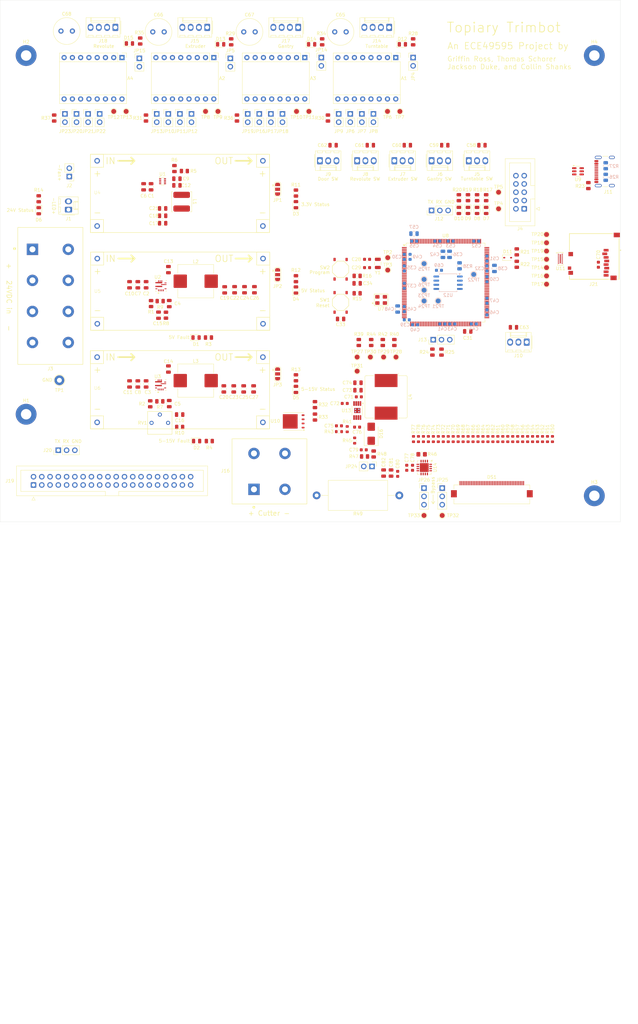
<source format=kicad_pcb>
(kicad_pcb (version 20241229) (generator "pcbnew") (generator_version "9.0")
  (layers (0 "F.Cu" signal) (4 "In1.Cu" signal) (6 "In2.Cu" signal) (2 "B.Cu" signal) (13 "F.Paste" user) (15 "B.Paste" user) (5 "F.SilkS" user "F.Silkscreen") (7 "B.SilkS" user "B.Silkscreen") (1 "F.Mask" user) (3 "B.Mask" user) (25 "Edge.Cuts" user))
  (net 0 "")
  (net 1 "+3.3V")
  (net 2 "TURNTABLE_DIR")
  (net 3 "Net-(A1-A1)")
  (net 4 "/Motor Control/TURNTABLE_M1")
  (net 5 "/Motor Control/TURNTABLE_M2")
  (net 6 "GND")
  (net 7 "/Motor Control/TURNTABLE_EN")
  (net 8 "+24V")
  (net 9 "TURNTABLE_FLT")
  (net 10 "Net-(A1-B2)")
  (net 11 "Net-(A1-B1)")
  (net 12 "Net-(A1-A2)")
  (net 13 "/Motor Control/TURNTABLE_M0")
  (net 14 "TURNTABLE_STEP")
  (net 15 "Net-(A2-B1)")
  (net 16 "GANTRY_FLT")
  (net 17 "/Motor Control/GANTRY_M2")
  (net 18 "Net-(A2-B2)")
  (net 19 "/Motor Control/GANTRY_M1")
  (net 20 "Net-(A2-A2)")
  (net 21 "/Motor Control/GANTRY_M0")
  (net 22 "Net-(A2-A1)")
  (net 23 "GANTRY_DIR")
  (net 24 "/Motor Control/GANTRY_EN")
  (net 25 "GANTRY_STEP")
  (net 26 "/Motor Control/EXTRUDER_M0")
  (net 27 "Net-(A3-A1)")
  (net 28 "EXTRUDER_DIR")
  (net 29 "/Motor Control/EXTRUDER_M2")
  (net 30 "Net-(A3-B2)")
  (net 31 "/Motor Control/EXTRUDER_EN")
  (net 32 "EXTRUDER_FLT")
  (net 33 "EXTRUDER_STEP")
  (net 34 "/Motor Control/EXTRUDER_M1")
  (net 35 "Net-(A3-B1)")
  (net 36 "Net-(A3-A2)")
  (net 37 "Net-(A4-B2)")
  (net 38 "REVOLUTE_STEP")
  (net 39 "Net-(A4-A2)")
  (net 40 "REVOLUTE_DIR")
  (net 41 "Net-(A4-A1)")
  (net 42 "/Motor Control/REVOLUTE_M0")
  (net 43 "/Motor Control/REVOLUTE_EN")
  (net 44 "/Motor Control/REVOLUTE_M1")
  (net 45 "/Motor Control/REVOLUTE_M2")
  (net 46 "REVOLUTE_FLT")
  (net 47 "Net-(A4-B1)")
  (net 48 "Net-(U1-BST)")
  (net 49 "Net-(U1-SW)")
  (net 50 "Net-(U1-SS)")
  (net 51 "/MCU/VCAP")
  (net 52 "/MCU/OSC32_IN")
  (net 53 "/MCU/OSC32_OUT")
  (net 54 "/MCU/RESET")
  (net 55 "/MCU/PROG")
  (net 56 "Net-(U13-VCC)")
  (net 57 "Net-(D16-K)")
  (net 58 "Net-(U13-CSN)")
  (net 59 "Net-(D1-A)")
  (net 60 "Net-(D2-A)")
  (net 61 "Net-(D3-A)")
  (net 62 "PG_PI")
  (net 63 "Net-(D5-A)")
  (net 64 "PG_ADJ")
  (net 65 "Net-(D7-K)")
  (net 66 "Net-(D7-A)")
  (net 67 "Net-(D8-K)")
  (net 68 "Net-(D8-A)")
  (net 69 "Net-(D9-K)")
  (net 70 "Net-(D9-A)")
  (net 71 "Net-(D10-A)")
  (net 72 "Net-(D10-K)")
  (net 73 "Net-(D11-A)")
  (net 74 "VBUS")
  (net 75 "Net-(D12-A)")
  (net 76 "Net-(D13-A)")
  (net 77 "Net-(D14-A)")
  (net 78 "Net-(D15-A)")
  (net 79 "Net-(D16-A)")
  (net 80 "Net-(DS1-YU)")
  (net 81 "Net-(DS1-R3)")
  (net 82 "Net-(DS1-YD)")
  (net 83 "Net-(DS1-G4)")
  (net 84 "Net-(DS1-G7)")
  (net 85 "/LCD/BL_HIGH")
  (net 86 "Net-(DS1-R0)")
  (net 87 "Net-(DS1-R7)")
  (net 88 "Net-(DS1-HSYNC)")
  (net 89 "Net-(DS1-R5)")
  (net 90 "Net-(DS1-R1)")
  (net 92 "Net-(DS1-B4)")
  (net 93 "Net-(DS1-VSYNC)")
  (net 94 "Net-(DS1-R4)")
  (net 95 "Net-(DS1-G5)")
  (net 96 "Net-(DS1-B2)")
  (net 97 "Net-(DS1-B0)")
  (net 98 "Net-(DS1-B1)")
  (net 99 "Net-(DS1-B7)")
  (net 100 "Net-(DS1-B5)")
  (net 101 "Net-(DS1-B3)")
  (net 102 "Net-(DS1-PCLK)")
  (net 103 "Net-(DS1-G2)")
  (net 104 "Net-(DS1-DE)")
  (net 105 "Net-(DS1-XR)")
  (net 106 "Net-(DS1-G0)")
  (net 107 "/LCD/BL_LOW")
  (net 108 "Net-(DS1-XL)")
  (net 109 "Net-(DS1-B6)")
  (net 110 "Net-(DS1-DISP)")
  (net 111 "Net-(DS1-G1)")
  (net 112 "Net-(DS1-R6)")
  (net 113 "Net-(DS1-G6)")
  (net 114 "Net-(DS1-G3)")
  (net 115 "Net-(DS1-R2)")
  (net 116 "/MCU/TURNTABLE_SW")
  (net 117 "/MCU/GANTRY_SW")
  (net 118 "/MCU/EXTRUDER_SW")
  (net 119 "/MCU/AUX_SCL")
  (net 120 "/MCU/AUX_SDA")
  (net 121 "/MCU/REVOLUTE_SW")
  (net 122 "/MCU/UART6_RX")
  (net 123 "/MCU/UART6_TX")
  (net 124 "/MCU/DOOR_SW")
  (net 125 "/MCU/AUX_SW")
  (net 126 "/MCU/USB_DM")
  (net 127 "/MCU/USB_DP")
  (net 128 "/MCU/SWDIO")
  (net 129 "/MCU/SWCLK")
  (net 130 "+5-15V")
  (net 131 "/Raspberry Pi/RPI_RX")
  (net 132 "/Raspberry Pi/RPI_TX")
  (net 133 "+5V")
  (net 134 "Net-(J21-DAT0{slash}DO)")
  (net 135 "Net-(J21-CLK)")
  (net 136 "SD_CD")
  (net 137 "Net-(J21-CMD{slash}DI)")
  (net 138 "Net-(J21-DAT1)")
  (net 139 "Net-(J21-CS{slash}DAT3)")
  (net 140 "Net-(J21-DAT2)")
  (net 141 "Net-(JP1-A)")
  (net 142 "Net-(JP2-A)")
  (net 143 "Net-(JP3-A)")
  (net 144 "Net-(JP24-B)")
  (net 145 "Net-(U1-FB)")
  (net 146 "Net-(U10-G)")
  (net 147 "CUTTER_EN")
  (net 148 "NOR_CS")
  (net 149 "LCD_R0")
  (net 150 "LCD_R1")
  (net 151 "LCD_R2")
  (net 152 "LCD_R3")
  (net 153 "LCD_R4")
  (net 154 "LCD_R5")
  (net 155 "LCD_R6")
  (net 156 "Net-(U13-COMP)")
  (net 157 "LCD_R7")
  (net 158 "LCD_G0")
  (net 159 "LCD_G1")
  (net 160 "LCD_G2")
  (net 161 "LCD_G3")
  (net 162 "LCD_G4")
  (net 163 "LCD_G5")
  (net 164 "LCD_G6")
  (net 165 "LCD_G7")
  (net 166 "LCD_B0")
  (net 167 "LCD_B1")
  (net 168 "LCD_B2")
  (net 169 "LCD_B3")
  (net 170 "LCD_B4")
  (net 171 "LCD_B5")
  (net 172 "LCD_B6")
  (net 173 "LCD_B7")
  (net 174 "LCD_PCLK")
  (net 175 "LCD_DISP")
  (net 176 "LCD_HSYNC")
  (net 177 "TS_NRST")
  (net 178 "TS_SDA")
  (net 179 "TS_SCL")
  (net 180 "TS_INT")
  (net 181 "LCD_VSYNC")
  (net 182 "LCD_DE")
  (net 183 "Net-(U14-AUX)")
  (net 185 "SD_CLK")
  (net 186 "SD_CMD")
  (net 187 "SD_D0")
  (net 188 "SD_D1")
  (net 189 "SD_D2")
  (net 190 "SD_D3")
  (net 191 "NOR_CLK")
  (net 192 "NOR_D0")
  (net 193 "NOR_D1")
  (net 194 "NOR_D2")
  (net 195 "NOR_D3")
  (net 196 "BL_DIM")
  (net 199 "/MCU/OSC_IN")
  (net 205 "/MCU/VCAPDSI")
  (net 239 "Net-(JP1-B)")
  (net 240 "Net-(JP2-B)")
  (net 241 "Net-(JP3-B)")
  (net 242 "Net-(U2-SS)")
  (net 243 "Net-(U3-SS)")
  (net 244 "Net-(U2-BOOT)")
  (net 245 "Net-(U2-SW)")
  (net 246 "Net-(U3-BOOT)")
  (net 247 "Net-(U3-SW)")
  (net 248 "Net-(U2-FB)")
  (net 249 "Net-(U3-FB)")
  (net 250 "Net-(D4-A)")
  (net 251 "Net-(D6-K)")
  (net 259 "Net-(J11-CC2)")
  (net 260 "Net-(J11-CC1)")
  (net 261 "Net-(J11-SHIELD)")
  (net 262 "Net-(J16-Pin_2)")
  (net 291 "Net-(JP24-A)")
  (net 292 "Net-(JP25-B)")
  (net 293 "Net-(U2-MODE)")
  (net 294 "Net-(U3-MODE)")
  (net 295 "Net-(R10-Pad2)")
  (net 298 "Net-(C75-Pad1)")
  (net 299 "Net-(D11-K)")
  (footprint "Connector_PinHeader_2.54mm:PinHeader_1x02_P2.54mm_Vertical" (layer "F.Cu") (at 218.764 117.099 180)
    (property "Reference" "J2")
    (property "Value" "24V FAN XYJ24B4010M")
  )
  (footprint "Capacitor_SMD:C_0805_2012Metric" (layer "F.Cu") (at 269.522 151.812 -90)
    (property "Reference" "C22")
    (property "Value" "22u")
  )
  (footprint "Capacitor_SMD:C_0805_2012Metric" (layer "F.Cu") (at 249.456 156.064 -90)
    (property "Reference" "C4")
    (property "Value" "22n")
  )
  (footprint "Connector_PinHeader_2.54mm:PinHeader_1x02_P2.54mm_Vertical" (layer "F.Cu") (at 277.108 97.898)
    (property "Reference" "JP16")
    (property "Value" "Jumper_2_Open")
  )
  (footprint "Module:Pololu_Breakout-16_15.2x20.3mm" (layer "F.Cu") (at 234.944 80.626 -90)
    (property "Reference" "A4")
    (property "Value" "Pololu_Breakout_DRV8825")
  )
  (footprint "Resistor_SMD:R_0603_1608Metric" (layer "F.Cu") (at 341.226 197.601 -90)
    (property "Reference" "R67")
    (property "Value" "30")
  )
  (footprint "Package_DFN_QFN:Texas_RSA_VQFN-16-1EP_4x4mm_P0.65mm_EP2.7x2.7mm" (layer "F.Cu") (at 327.7655 206.341 -90)
    (property "Reference" "U14")
    (property "Value" "TSC2013QRSARQ1")
  )
  (footprint "Capacitor_SMD:C_0603_1608Metric" (layer "F.Cu") (at 307.677 184.658)
    (property "Reference" "C71")
    (property "Value" "100n")
  )
  (footprint "Connector_PinHeader_2.54mm:PinHeader_1x02_P2.54mm_Vertical" (layer "F.Cu") (at 301.492 97.893)
    (property "Reference" "JP9")
    (property "Value" "Jumper_2_Open")
  )
  (footprint "Connector_Molex:Molex_KK-254_AE-6410-03A_1x03_P2.54mm_Vertical" (layer "F.Cu") (at 341.446 112.268)
    (property "Reference" "J5")
    (property "Value" "Conn_01x03")
  )
  (footprint "Capacitor_SMD:C_0805_2012Metric" (layer "F.Cu") (at 249.456 186.732 -90)
    (property "Reference" "C5")
    (property "Value" "22n")
  )
  (footprint "Resistor_SMD:R_0603_1608Metric" (layer "F.Cu") (at 347.322 197.601 -90)
    (property "Reference" "R63")
    (property "Value" "30")
  )
  (footprint "CustomFootprints:6DBL-02-006" (layer "F.Cu") (at 280.232 207.518)
    (property "Reference" "J16")
    (property "Value" "Cutting Tool")
  )
  (footprint "Connector_PinHeader_2.54mm:PinHeader_1x03_P2.54mm_Vertical" (layer "F.Cu") (at 330.524 167.132 90)
    (property "Reference" "J13")
    (property "Value" "Conn_01x03")
  )
  (footprint "Module:Pololu_Breakout-16_15.2x20.3mm" (layer "F.Cu") (at 291.078 80.626 -90)
    (property "Reference" "A3")
    (property "Value" "Pololu_Breakout_DRV8825")
  )
  (footprint "LED_SMD:LED_0805_2012Metric" (layer "F.Cu") (at 341.192 127.508 -90)
    (property "Reference" "D9")
    (property "Value" "GRN")
  )
  (footprint "Capacitor_SMD:C_0805_2012Metric" (layer "F.Cu") (at 237.264 180.702 90)
    (property "Reference" "C11")
    (property "Value" "10u")
  )
  (footprint "CustomFootprints:XL4015_Regulator_Module" (layer "F.Cu") (at 252.758 122.282)
    (property "Reference" "U4")
    (property "Value" "XL4015 Regulator Module")
  )
  (footprint "Resistor_SMD:R_0603_1608Metric" (layer "F.Cu") (at 364.086 197.601 -90)
    (property "Reference" "R52")
    (property "Value" "30")
  )
  (footprint "CustomFootprints:pts526_1.5mm_gullwing" (layer "F.Cu") (at 302.076 155.702 -90)
    (property "Reference" "SW1")
    (property "Value" "RESET")
  )
  (footprint "Connector_PinHeader_2.54mm:PinHeader_1x02_P2.54mm_Vertical" (layer "F.Cu") (at 228.086 97.898)
    (property "Reference" "JP22")
    (property "Value" "Jumper_2_Open")
  )
  (footprint "Capacitor_SMD:C_0805_2012Metric" (layer "F.Cu") (at 241.582 120.25 90)
    (property "Reference" "C6")
    (property "Value" "10u")
  )
  (footprint "Connector_PinHeader_2.54mm:PinHeader_1x02_P2.54mm_Vertical" (layer "F.Cu") (at 296.158 80.626)
    (property "Reference" "JP14")
    (property "Value" "Jumper_2_Open")
  )
  (footprint "Resistor_SMD:R_0805_2012Metric" (layer "F.Cu") (at 261.4975 166.478 180)
    (property "Reference" "R3")
    (property "Value" "130")
  )
  (footprint "Connector_PinHeader_2.54mm:PinHeader_1x03_P2.54mm_Vertical" (layer "F.Cu") (at 215.383696 201.038442 90)
    (property "Reference" "J20")
    (property "Value" "Conn_01x03")
  )
  (footprint "Capacitor_THT:C_Radial_D8.0mm_H11.5mm_P3.50mm" (layer "F.Cu") (at 244.398 72.752)
    (property "Reference" "C66")
    (property "Value" "100u")
  )
  (footprint "Connector_Molex:Molex_KK-254_AE-6410-04A_1x04_P2.54mm_Vertical" (layer "F.Cu") (at 289.052 71.374 180)
    (property "Reference" "J17")
    (property "Value" "Gantry Stepper")
  )
  (footprint "Capacitor_SMD:C_0805_2012Metric" (layer "F.Cu") (at 266.474 151.85 -90)
    (property "Reference" "C19")
    (property "Value" "22u")
  )
  (footprint "Resistor_SMD:R_0805_2012Metric" (layer "F.Cu") (at 346.78 123.5945 -90)
    (property "Reference" "R17")
    (property "Value" "100")
  )
  (footprint "TestPoint:TestPoint_Pad_D1.5mm" (layer "F.Cu") (at 365.322 142.494)
    (property "Reference" "TP15")
    (property "Value" "TestPoint")
  )
  (footprint "Capacitor_SMD:C_0603_1608Metric" (layer "F.Cu") (at 324.1685 206.4105 90)
    (property "Reference" "C78")
    (property "Value" "100n")
  )
  (footprint "Capacitor_SMD:C_0603_1608Metric" (layer "F.Cu") (at 381.245 144.145 -90)
    (property "Reference" "C70")
    (property "Value" "100n")
  )
  (footprint "Capacitor_SMD:C_0805_2012Metric" (layer "F.Cu") (at 266.22 182.226 -90)
    (property "Reference" "C20")
    (property "Value" "22u")
  )
  (footprint "Resistor_SMD:R_0805_2012Metric" (layer "F.Cu") (at 251.046 114.662 90)
    (property "Reference" "R6")
    (property "Value" "18k")
  )
  (footprint "Connector_Molex:Molex_KK-254_AE-6410-03A_1x03_P2.54mm_Vertical" (layer "F.Cu") (at 318.586 112.268)
    (property "Reference" "J7")
    (property "Value" "Conn_01x03")
  )
  (footprint "Resistor_SMD:R_0805_2012Metric" (layer "F.Cu") (at 311.474 167.9975 -90)
    (property "Reference" "R44")
    (property "Value" "10k")
  )
  (footprint "CustomFootprints:RPA0010A-MFG" (layer "F.Cu") (at 246.904001 150.6 90)
    (property "Reference" "U2")
    (property "Value" "TPS56837Hx")
  )
  (footprint "Capacitor_SMD:C_0805_2012Metric" (layer "F.Cu") (at 317.57 208.026 -90)
    (property "Reference" "C81")
    (property "Value" "10u")
  )
  (footprint "CustomFootprints:XL4015_Regulator_Module" (layer "F.Cu") (at 252.808 152.254)
    (property "Reference" "U5")
    (property "Value" "XL4015 Regulator Module")
  )
  (footprint "Resistor_SMD:R_0603_1608Metric" (layer "F.Cu") (at 359.514 197.601 -90)
    (property "Reference" "R55")
    (property "Value" "30")
  )
  (footprint "Resistor_SMD:R_0805_2012Metric" (layer "F.Cu") (at 243.614 186.798 -90)
    (property "Reference" "R2")
    (property "Value" "10k")
  )
  (footprint "CustomFootprints:SolderJumper-3_P1.5mm_Open_RoundedPad1.0x1.5mm" (layer "F.Cu") (at 282.48 121.212 -90)
    (property "Reference" "JP1")
    (property "Value" "SolderJumper_3_Open")
  )
  (footprint "CustomFootprints:pts526_1.5mm_gullwing" (layer "F.Cu") (at 302.076 145.542 -90)
    (property "Reference" "SW2")
    (property "Value" "PROG")
  )
  (footprint "Connector_PinHeader_2.54mm:PinHeader_1x02_P2.54mm_Vertical" (layer "F.Cu") (at 252.724 97.898)
    (property "Reference" "JP11")
    (property "Value" "Jumper_2_Open")
  )
  (footprint "Connector_PinHeader_2.54mm:PinHeader_1x02_P2.54mm_Vertical" (layer "F.Cu") (at 245.612 97.898)
    (property "Reference" "JP13")
    (property "Value" "Jumper_2_Open")
  )
  (footprint "CustomFootprints:ECS-3225" (layer "F.Cu") (at 314.522 154.94)
    (property "Reference" "U7")
    (property "Value" "32 MHz")
  )
  (footprint "Resistor_SMD:R_0603_1608Metric" (layer "F.Cu") (at 335.13 197.601 -90)
    (property "Reference" "R71")
    (property "Value" "30")
  )
  (footprint "CustomFootprints:RPA0010A-MFG" (layer "F.Cu") (at 246.804001 181 90)
    (property "Reference" "U3")
    (property "Value" "TPS56837Hx")
  )
  (footprint "Package_TO_SOT_SMD:TDSON-8-1" (layer "F.Cu") (at 287.652 192.19 180)
    (property "Reference" "U10")
    (property "Value" "BSC050N04LSG")
  )
  (footprint "TestPoint:TestPoint_Pad_D1.5mm" (layer "F.Cu") (at 365.322 134.874)
    (property "Reference" "TP20")
    (property "Value" "TestPoint")
  )
  (footprint "Capacitor_SMD:C_0805_2012Metric" (layer "F.Cu") (at 302.076 160.782 180)
    (property "Reference" "C33")
    (property "Value" "1u")
  )
  (footprint "Resistor_SMD:R_0603_1608Metric" (layer "F.Cu") (at 367.134 197.601 -90)
    (property "Reference" "R50")
    (property "Value" "30")
  )
  (footprint "Resistor_SMD:R_0603_1608Metric" (layer "F.Cu") (at 329.034 197.601 -90)
    (property "Reference" "R75")
    (property "Value" "30")
  )
  (footprint "Connector_PinHeader_2.54mm:PinHeader_1x02_P2.54mm_Vertical" (layer "F.Cu") (at 268.218 80.875)
    (property "Reference" "JP5")
    (property "Value" "Jumper_2_Open")
  )
  (footprint "Connector_PinHeader_2.54mm:PinHeader_1x02_P2.54mm_Vertical" (layer "F.Cu") (at 217.418 97.898)
    (property "Reference" "JP23")
    (property "Value" "Jumper_2_Open")
  )
  (footprint "Connector_USB:USB_C_Receptacle_GCT_USB4105-xx-A_16P_TopMnt_Horizontal" (layer "F.Cu") (at 384.313 115.568 90)
    (property "Reference" "J11")
    (property "Value" "USB_C_Receptacle_USB2.0_16P")
  )
  (footprint "Capacitor_SMD:C_0805_2012Metric" (layer "F.Cu") (at 315.284 208.026 -90)
    (property "Reference" "C82")
    (property "Value" "10u")
  )
  (footprint "Capacitor_SMD:C_0805_2012Metric" (layer "F.Cu") (at 275.364 182.226 -90)
    (property "Reference" "C27")
    (property "Value" "22u")
  )
  (footprint "TestPoint:TestPoint_Pad_D1.5mm" (layer "F.Cu") (at 316.554 145.796)
    (property "Reference" "TP3")
    (property "Value" "TestPoint")
  )
  (footprint "Connector_PinHeader_2.54mm:PinHeader_1x03_P2.54mm_Vertical" (layer "F.Cu") (at 327.696 212.65)
    (property "Reference" "JP26")
    (property "Value" "BL_BYPASS")
  )
  (footprint "TestPoint:TestPoint_Pad_D1.5mm" (layer "F.Cu") (at 264.408 97.136 180)
    (property "Reference" "TP9")
    (property "Value" "TestPoint")
  )
  (footprint "Capacitor_SMD:C_0805_2012Metric" (layer "F.Cu") (at 275.618 151.812 -90)
    (property "Reference" "C26")
    (property "Value" "22u")
  )
  (footprint "Capacitor_SMD:C_0805_2012Metric" (layer "F.Cu") (at 242.344 180.702 90)
    (property "Reference" "C3")
    (property "Value" "0.1u")
  )
  (footprint "Resistor_SMD:R_0603_1608Metric" (layer "F.Cu") (at 327.51 197.601 -90)
    (property "Reference" "R76")
    (property "Value" "30")
  )
  (footprint "Resistor_SMD:R_0603_1608Metric" (layer "F.Cu") (at 301.568 195.326)
    (property "Reference" "R43")
    (property "Value" "20M")
  )
  (footprint "Connector_PinHeader_2.54mm:PinHeader_1x02_P2.54mm_Vertical" (layer "F.Cu") (at 240.278 80.875)
    (property "Reference" "JP15")
    (property "Value" "Jumper_2_Open")
  )
  (footprint "Capacitor_SMD:C_0805_2012Metric" (layer "F.Cu") (at 251.808 119.81)
    (property "Reference" "C12")
    (property "Value" "100n")
  )
  (footprint "Resistor_SMD:R_0805_2012Metric" (layer "F.Cu") (at 209.366 123.927 90)
    (property "Reference" "R14")
    (property "Value" "2.2k")
  )
  (footprint "LED_SMD:LED_0805_2012Metric" (layer "F.Cu") (at 288.36 125.73 90)
    (property "Reference" "D3")
    (property "Value" "GREEN")
  )
  (footprint "Resistor_SMD:R_0603_1608Metric" (layer "F.Cu") (at 345.798 197.601 -90)
    (property "Reference" "R64")
    (property "Value" "30")
  )
  (footprint "Resistor_SMD:R_0805_2012Metric" (layer "F.Cu") (at 288.36 122.174 90)
    (property "Reference" "R11")
    (property "Value" "130")
  )
  (footprint "Connector_IDC:IDC-Header_2x05_P2.54mm_Vertical" (layer "F.Cu") (at 358.464 127 180)
    (property "Reference" "J4")
    (property "Value" "Conn_02x05_Odd_Even")
  )
  (footprint "LED_SMD:LED_0805_2012Metric" (layer "F.Cu") (at 209.366 127.5865 -90)
    (property "Reference" "D6")
    (property "Value" "GREEN")
  )
  (footprint "Capacitor_SMD:C_0805_2012Metric" (layer "F.Cu") (at 239.804 150.288 90)
    (property "Reference" "C7")
    (property "Value" "10u")
  )
  (footprint "Capacitor_SMD:C_0805_2012Metric" (layer "F.Cu") (at 355.162 163.342)
    (property "Reference" "C63")
    (property "Value" "1u")
  )
  (footprint "Resistor_SMD:R_0805_2012Metric" (layer "F.Cu") (at 318.586 167.9975 -90)
    (property "Reference" "R40")
    (property "Value" "10k")
  )
  (footprint "Resistor_SMD:R_0805_2012Metric_Pad1.20x1.40mm_HandSolder" (layer "F.Cu") (at 326.9625 202.277)
    (property "Reference" "R46")
    (property "Value" "47")
  )
  (footprint "Connector_PinHeader_2.54mm:PinHeader_1x02_P2.54mm_Vertical" (layer "F.Cu") (at 280.664 97.898)
    (property "Reference" "JP17")
    (property "Value" "Jumper_2_Open")
  )
  (footprint "Connector_PinHeader_2.54mm:PinHeader_1x02_P2.54mm_Vertical" (layer "F.Cu") (at 249.168 97.898)
    (property "Reference" "JP10")
    (property "Value" "Jumper_2_Open")
  )
  (footprint "CustomFootprints:Hirose_FH12A-40S-0.5SH_1x40-1MP_P0.50mm_Horizontal" (layer "F.Cu") (at 348.524 212.976)
    (property "Reference" "DS1")
    (property "Value" "40pin Adafruit LCD")
  )
  (footprint "Resistor_SMD:R_0805_2012Metric" (layer "F.Cu") (at 288.36 178.816 90)
    (property "Reference" "R13")
    (property "Value" "1k")
  )
  (footprint "Resistor_SMD:R_0805_2012Metric" (layer "F.Cu") (at 288.36 148.4395 90)
    (property "Reference" "R12")
    (property "Value" "300")
  )
  (footprint "TestPoint:TestPoint_Pad_D1.5mm" (layer "F.Cu") (at 260.598 97.136 180)
    (property "Reference" "TP8")
    (property "Value" "TestPoint")
  )
  (footprint "Resistor_SMD:R_0805_2012Metric" (layer "F.Cu") (at 356.178 144.018 -90)
    (property "Reference" "R22")
    (property "Value" "10k")
  )
  (footprint "Resistor_SMD:R_0805_2012Metric" (layer "F.Cu") (at 343.986 123.5945 -90)
    (property "Reference" "R18")
    (property "Value" "100")
  )
  (footprint "Resistor_SMD:R_0603_1608Metric" (layer "F.Cu") (at 362.562 197.601 -90)
    (property "Reference" "R53")
    (property "Value" "30")
  )
  (footprint "TestPoint:TestPoint_Pad_D1.5mm" (layer "F.Cu") (at 365.322 139.954)
    (property "Reference" "TP19")
    (property "Value" "TestPoint")
  )
  (footprint "Connector_PinHeader_2.54mm:PinHeader_1x02_P2.54mm_Vertical" (layer "F.Cu") (at 324.352 80.626)
    (property "Reference" "JP4")
    (property "Value" "Jumper_2_Open")
  )
  (footprint "Capacitor_SMD:C_0805_2012Metric" (layer "F.Cu") (at 249.202 145.65 -90)
    (property "Reference" "C13")
    (property "Value" "0.1u")
  )
  (footprint "Resistor_SMD:R_0805_2012Metric" (layer "F.Cu") (at 356.178 140.208 -90)
    (property "Reference" "R21")
    (property "Value" "4.7k")
  )
  (footprint "CustomFootprints:3362P" (layer "F.Cu") (at 246.5585 192.64 -90)
    (property "Reference" "RV1")
    (property "Value" "200k")
  )
  (footprint "Diode_SMD:D_SOD-323" (layer "F.Cu") (at 353.384 141.986)
    (property "Reference" "D11")
    (property "Value" "D")
  )
  (footprint "Resistor_SMD:R_0603_1608Metric" (layer "F.Cu") (at 348.846 197.601 -90)
    (property "Reference" "R62")
    (property "Value" "30")
  )
  (footprint "Capacitor_SMD:C_0805_2012Metric" (layer "F.Cu") (at 243.868 120.25 90)
    (property "Reference" "C1")
    (property "Value" "0.1u")
  )
  (footprint "Resistor_SMD:R_0603_1608Metric" (layer "F.Cu") (at 361.038 197.601 -90)
    (property "Reference" "R54")
    (property "Value" "30")
  )
  (footprint "Resistor_SMD:R_0603_1608Metric" (layer "F.Cu") (at 333.606 197.601 -90)
    (property "Reference" "R72")
    (property "Value" "30")
  )
  (footprint "MountingHole:MountingHole_3.2mm_M3_Pad_TopBottom" (layer "F.Cu") (at 380 80)
    (property "Reference" "H4")
    (property "Value" "MountingHole")
  )
  (footprint "Inductor_SMD:L_APV_APH1050" (layer "F.Cu") (at 257.584 149.206)
    (property "Reference" "L2")
    (property "Value" "4.7u")
  )
  (footprint "TestPoint:TestPoint_Pad_D1.5mm" (layer "F.Cu") (at 365.322 150.114)
    (property "Reference" "TP17")
    (property "Value" "TestPoint")
  )
  (footprint "TestPoint:TestPoint_Pad_D1.5mm" (layer "F.Cu") (at 307.156 176.784)
    (property "Reference" "TP31")
    (property "Value" "TestPoint")
  )
  (footprint "Resistor_SMD:R_0603_1608Metric" (layer "F.Cu") (at 339.702 197.601 -90)
    (property "Reference" "R68")
    (property "Value" "30")
  )
  (footprint "Resistor_SMD:R_0805_2012Metric" (layer "F.Cu") (at 294.202 187.0475 -90)
    (property "Reference" "R32")
    (property "Value" "100")
  )
  (footprint "Package_TO_SOT_SMD:SOT-23-6" (layer "F.Cu") (at 374.9795 115.5)
    (property "Reference" "U9")
    (property "Value" "USBLC6-2")
  )
  (footprint "TestPoint:TestPoint_Pad_D1.5mm" (layer "F.Cu") (at 316.478 97.136 180)
    (property "Reference" "TP6")
    (property "Value" "TestPoint")
  )
  (footprint "Capacitor_SMD:C_0805_2012Metric" (layer "F.Cu") (at 299.774 107.5 180)
    (property "Reference" "C62")
    (property "Value" "1u")
  )
  (footprint "Connector_Molex:Molex_KK-254_AE-6410-02A_1x02_P2.54mm_Vertical" (layer "F.Cu") (at 218.51 127.254 90)
    (property "Reference" "J1")
    (property "Value" "24V LED Strip")
  )
  (footprint "Capacitor_SMD:C_0805_2012Metric" (layer "F.Cu") (at 242.344 150.288 90)
    (property "Reference" "C2")
    (property "Value" "0.1u")
  )
  (footprint "Resistor_SMD:R_0805_2012Metric" (layer "F.Cu") (at 242.31 99.168 -90)
    (property "Reference" "R31")
    (property "Value" "10k")
  )
  (footprint "LED_SMD:LED_0805_2012Metric" (layer "F.Cu") (at 237.23 76.308)
    (property "Reference" "D15")
    (property "Value" "RED")
  )
  (footprint "Resistor_SMD:R_0805_2012Metric" (layer "F.Cu") (at 298.19 99.168 -90)
    (property "Reference" "R30")
    (property "Value" "10k")
  )
  (footprint "Resistor_SMD:R_0805_2012Metric" (layer "F.Cu") (at 270.25 99.168 -90)
    (property "Reference" "R36")
    (property "Value" "10k")
  )
  (footprint "Resistor_SMD:R_0603_1608Metric" (layer "F.Cu") (at 304.108 194.564 90)
    (property "Reference" "R41")
    (property "Value" "100")
  )
  (footprint "LED_SMD:LED_0805_2012Metric" (layer "F.Cu") (at 321.05 76.562)
    (property "Reference" "D12")
    (property "Value" "RED")
  )
  (footprint "Inductor_SMD:L_TDK_VLS6045EX_VLS6045AF" (layer "F.Cu") (at 253.266 124.822 -90)
    (property "Reference" "L1")
    (property "Value" "4.7u")
  )
  (footprint "CustomFootprints:GCT_MEM2052-00-195-00-A" (layer "F.Cu") (at 379.975 141.605 90)
    (property "Reference" "J21")
    (property "Value" "MEM2052-00-195-00-A")
  )
  (footprint "Connector_Molex:Molex_KK-254_AE-6410-04A_1x04_P2.54mm_Vertical" (layer "F.Cu") (at 316.992 71.374 180)
    (property "Reference" "J14")
    (property "Value" "Turntable Stepper")
  )
  (footprint "LED_SMD:LED_0805_2012Metric" (layer "F.Cu") (at 257.6875 166.478)
    (property "Reference" "D1")
    (property "Value" "RED")
  )
  (footprint "TestPoint:TestPoint_Pad_D1.5mm" (layer "F.Cu") (at 288.538 97.136 180)
    (property "Reference" "TP10")
    (property "Value" "TestPoint")
  )
  (footprint "TestPoint:TestPoint_Pad_D1.5mm" (layer "F.Cu") (at 365.322 145.034)
    (property "Reference" "TP14")
    (property "Value" "TestPoint")
  )
  (footprint "Resistor_SMD:R_0805_2012Metric" (layer "F.Cu") (at 261.7515 198.228 180)
    (property "Reference" "R4")
    (property "Value" "130")
  )
  (footprint "Capacitor_THT:C_Radial_D8.0mm_H11.5mm_P3.50mm" (layer "F.Cu") (at 272.338 72.752)
    (property "Reference" "C67")
    (property "Value" "100u")
  )
  (footprint "LED_SMD:LED_0805_2012Metric" (layer "F.Cu") (at 343.986 127.508 -90)
    (property "Reference" "D8")
    (property "Value" "YEL")
  )
  (footprint "Resistor_SMD:R_0603_1608Metric" (layer "F.Cu") (at 353.418 197.601 -90)
    (property "Reference" "R59")
    (property "Value" "30")
  )
  (footprint "TestPoint:TestPoint_Pad_D1.5mm" (layer "F.Cu") (at 236.214 97.136 180)
    (property "Reference" "TP13")
    (property "Value" "TestPoint")
  )
  (footprint "Resistor_SMD:R_0603_1608Metric" (layer "F.Cu") (at 350.37 197.601 -90)
    (property "Reference" "R61")
    (property "Value" "30")
  )
  (footprint "Capacitor_SMD:C_0805_2012Metric" (layer "F.Cu") (at 252.6545 190.1 180)
    (property "Reference" "C16")
    (property "Value" "150p")
  )
  (footprint "Connector_PinHeader_2.54mm:PinHeader_1x02_P2.54mm_Vertical" (layer "F.Cu") (at 305.048 97.893)
    (property "Reference" "JP6")
    (property "Value" "Jumper_2_Open")
  )
  (footprint "Resistor_SMD:R_0805_2012Metric" (layer "F.Cu") (at 307.156 152.908 180)
    (property "Reference" "R15")
    (property "Value" "10k")
  )
  (footprint "Resistor_SMD:R_0805_2012Metric" (layer "F.Cu") (at 240.532 75.546 90)
    (property "Reference" "R35")
    (property "Value" "130")
  )
  (footprint "Resistor_SMD:R_0603_1608Metric" (layer "F.Cu") (at 336.654 197.601 -90)
    (property "Reference" "R70")
    (property "Value" "30")
  )
  (footprint "TestPoint:TestPoint_Pad_D1.5mm" (layer "F.Cu") (at 311.22 172.466)
    (property "Reference" "TP30")
    (property "Value" "TestPoint")
  )
  (footprint "Module:Pololu_Breakout-16_15.2x20.3mm" (layer "F.Cu") (at 263.138 80.626 -90)
    (property "Reference" "A2")
    (property "Value" "Pololu_Breakout_DRV8825")
  )
  (footprint "LED_SMD:LED_0805_2012Metric" (layer "F.Cu") (at 288.36 151.892 90)
    (property "Reference" "D4")
    (property "Value" "GREEN")
  )
  (footprint "MountingHole:MountingHole_3.2mm_M3_Pad_TopBottom" (layer "F.Cu") (at 205.5 190)
    (property "Reference" "H1")
    (property "Value" "MountingHole")
  )
  (footprint "Package_TO_SOT_SMD:SOT-583-8" (layer "F.Cu") (at 247.402 118.544)
    (property "Reference" "U1")
    (property "Value" "TPS62933")
  )
  (footprint "Capacitor_SMD:C_0805_2012Metric" (layer "F.Cu") (at 247.424 126.892 180)
    (property "Reference" "C21")
    (property "Value" "22u")
  )
  (footprint "Resistor_SMD:R_0603_1608Metric" (layer "F.Cu") (at 324.462 197.601 -90)
    (property "Reference" "R77")
    (property "Value" "30")
  )
  (footprint "Capacitor_SMD:C_0805_2012Metric" (layer "F.Cu") (at 341.122 164.592)
    (property "Reference" "C31")
    (property "Value" "2.2u")
  )
  (footprint "Capacitor_SMD:C_0805_2012Metric" (layer "F.Cu") (at 269.268 182.226 -90)
    (property "Reference" "C23")
    (property "Value" "22u")
  )
  (footprint "Resistor_SMD:R_0805_2012Metric" (layer "F.Cu") (at 254.094 115.424 180)
    (property "Reference" "R5")
    (property "Value" "56.2k")
  )
  (footprint "Capacitor_SMD:C_0603_1608Metric" (layer "F.Cu") (at 322.3905 206.4105 90)
    (property "Reference" "C77")
    (property "Value" "1u")
  )
  (footprint "LED_SMD:LED_0805_2012Metric" (layer "F.Cu") (at 338.398 127.508 -90)
    (property "Reference" "D10")
    (property "Value" "BLU")
  )
  (footprint "Resistor_SMD:R_0805_2012Metric" (layer "F.Cu") (at 324.352 75.8 90)
    (property "Reference" "R28")
    (property "Value" "130")
  )
  (footprint "Resistor_SMD:R_0805_2012Metric" (layer "F.Cu") (at 307.664 167.9975 -90)
    (property "Reference" "R39")
    (property "Value" "10k")
  )
  (footprint "TestPoint:TestPoint_Loop_D2.54mm_Drill1.5mm_Beaded" (layer "F.Cu") (at 215.716 179.578)
    (property "Reference" "TP1")
    (property "Value" "TestPoint")
  )
  (footprint "Crystal:Crystal_SMD_EuroQuartz_EQ161-2Pin_3.2x1.5mm" (layer "F.Cu") (at 313.506 143.744 -90)
    (property "Reference" "Y1")
    (property "Value" "Crystal")
  )
  (footprint "TestPoint:TestPoint_Pad_D1.5mm" (layer "F.Cu") (at 327.696 221.032)
    (property "Reference" "TP33")
    (property "Value" "TestPoint")
  )
  (footprint "Connector_Molex:Molex_KK-254_AE-6410-04A_1x04_P2.54mm_Vertical" (layer "F.Cu") (at 261.106 71.374 180)
    (property "Reference" "J15")
    (property "Value" "Extruder Stepper")
  )
  (footprint "Resistor_SMD:R_0603_1608Metric" (layer "F.Cu") (at 344.274 197.601 -90)
    (property "Reference" "R65")
    (property "Value" "30")
  )
  (footprint "Resistor_SMD:R_0805_2012Metric" (layer "F.Cu") (at 296.412 75.8 90)
    (property "Reference" "R34")
    (property "Value" "130")
  )
  (footprint "Capacitor_SMD:C_0805_2012Metric" (layer "F.Cu") (at 247.424 131.426 180)
    (property "Reference" "C17")
    (property "Value" "22u")
  )
  (footprint "TestPoint:TestPoint_Pad_D1.5mm" (layer "F.Cu") (at 350.59 121.92)
    (property "Reference" "TP5")
    (property "Value" "TestPoint")
  )
  (footprint "Package_SO:HVSSOP-8-1EP_3x3mm_P0.65mm_EP1.57x1.89mm" (layer "F.Cu") (at 307.194 188.858 -90)
    (property "Reference" "U13")
    (property "Value" "TPS923650")
  )
  (footprint "CustomFootprints:SolderJumper-3_P1.5mm_Open_RoundedPad1.0x1.5mm" (layer "F.Cu") (at 282.48 177.83 -90)
    (property "Reference" "JP3")
    (property "Value" "SolderJumper_3_Open")
  )
  (footprint "Resistor_SMD:R_0805_2012Metric" (layer "F.Cu") (at 268.472 75.8 90)
    (property "Reference" "R29")
    (property "Value" "130")
  )
  (footprint "LED_SMD:LED_0805_2012Metric" (layer "F.Cu") (at 265.2485 76.562)
    (property "Reference" "D13")
    (property "Value" "RED")
  )
  (footprint "TestPoint:TestPoint_Pad_D1.5mm" (layer "F.Cu") (at 350.59 127)
    (property "Reference" "TP4")
    (property "Value" "TestPoint")
  )
  (footprint "Connector_PinHeader_2.54mm:PinHeader_1x02_P2.54mm_Vertical" (layer "F.Cu") (at 256.28 97.898)
    (property "Reference" "JP12")
    (property "Value" "Jumper_2_Open")
  )
  (footprint "Connector_Molex:Molex_KK-254_AE-6410-03A_1x03_P2.54mm_Vertical" (layer "F.Cu") (at 330.016 112.268)
    (property "Reference" "J6")
    (property "Value" "Conn_01x03")
  )
  (footprint "Capacitor_SMD:C_0805_2012Metric" (layer "F.Cu") (at 307.41 182.626)
    (property "Reference" "C73")
    (property "Value" "10u")
  )
  (footprint "Resistor_SMD:R_0603_1608Metric" (layer "F.Cu") (at 330.558 197.601 -90)
    (property "Reference" "R74")
    (property "Value" "30")
  )
  (footprint "Resistor_SMD:R_0805_2012Metric" (layer "F.Cu") (at 246.662 155.302)
    (property "Reference" "R9")
    (property "Value" "10k")
  )
  (footprint "Capacitor_SMD:C_0805_2012Metric" (layer "F.Cu") (at 239.804 180.702 90)
    (property "Reference" "C8")
    (property "Value" "10u")
  )
  (footprint "MountingHole:MountingHole_3.2mm_M3_Pad_TopBottom" (layer "F.Cu") (at 380 215)
    (property "Reference" "H3")
    (property "Value" "MountingHole")
  )
  (footprint "Connector_PinHeader_2.54mm:PinHeader_1x02_P2.54mm_Vertical" (layer "F.Cu") (at 273.552 97.898)
    (property "Reference" "JP19")
    (property "Value" "Jumper_2_Open")
  )
  (footprint "Resistor_SMD:R_0805_2012Metric" (layer "F.Cu") (at 307.156 147.574)
    (property "Reference" "R16")
    (property "Value" "10k")
  )
  (footprint "Capacitor_THT:C_Radial_D8.0mm_H11.5mm_P3.50mm" (layer "F.Cu") (at 216.204 72.498)
    (property "Reference" "C68")
    (property "Value" "100u")
  )
  (footprint "Capacitor_SMD:C_0805_2012Metric" (layer "F.Cu") (at 322.568 107.5 180)
    (property "Reference" "C60")
    (property "Value" "1u")
  )
  (footprint "Resistor_SMD:R_0603_1608Metric" (layer "F.Cu") (at 357.99 197.601 -90)
    (property "Reference" "R56")
    (property "Value" "30")
  )
  (footprint "CustomFootprints:EMIF06-MSD02N16" (layer "F.Cu") (at 369.573 142.341 -90)
    (property "Reference" "U11")
    (property "Value" "EMIF06-MSD02N16")
  )
  (footprint "TestPoint:TestPoint_Pad_D1.5mm" (layer "F.Cu") (at 365.322 137.414)
    (property "Reference" "TP18")
    (property "Value" "TestPoint")
  )
  (footprint "Connector_PinHeader_2.54mm:PinHeader_1x02_P2.54mm_Vertical" (layer "F.Cu") (at 284.22 97.898)
    (property "Reference" "JP18")
    (property "Value" "Jumper_2_Open")
  )
  (footprint "Connector_PinHeader_2.54mm:PinHeader_1x03_P2.54mm_Vertical" (layer "F.Cu") (at 333.284 212.65)
    (property "Reference" "JP25")
    (property "Value" "BL_BYPASS")
  )
  (footprint "Capacitor_SMD:C_0805_2012Metric" (layer "F.Cu") (at 272.316 182.226 -90)
    (property "Reference" "C25")
    (property "Value" "22u")
  )
  (footprint "Connector_PinHeader_2.54mm:PinHeader_1x02_P2.54mm_Vertical" (layer "F.Cu") (at 224.53 97.898)
    (property "Reference" "JP21")
    (property "Value" "Jumper_2_Open")
  )
  (footprint "TestPoint:TestPoint_Pad_D1.5mm" (layer "F.Cu") (at 315.284 172.466)
    (property "Reference" "TP29")
    (property "Value" "TestPoint")
  )
  (footprint "CustomFootprints:6DBL-04-006" (layer "F.Cu") (at 212.94 153.7145 -90)
    (property "Reference" "J3")
    (property "Value" "Power Entry")
  )
  (footprint "Resistor_SMD:R_0805_2012Metric" (layer "F.Cu") (at 315.03 167.9975 -90)
    (property "Reference" "R42")
    (property "Value" "10k")
  )
  (footprint "Capacitor_SMD:C_0805_2012Metric" (layer "F.Cu") (at 345.494 107.5 180)
    (property "Reference" "C58")
    (property "Value" "1u")
  )
  (footprint "Resistor_SMD:R_0805_2012Metric" (layer "F.Cu") (at 378.16 119.884 -90)
    (property "Reference" "R23")
    (property "Value" "1M")
  )
  (footprint "Inductor_SMD:L_APV_APH1050" (layer "F.Cu") (at 257.584 179.686)
    (property "Reference" "L3")
    (property "Value" "4.7u")
  )
  (footprint "LED_SMD:LED_0805_2012Metric" (layer "F.Cu") (at 293.1885 76.562)
    (property "Reference" "D14")
    (property "Value" "RED")
  )
  (footprint "TestPoint:TestPoint_Pad_D1.5mm" (layer "F.Cu") (at 320.288 97.136 180)
    (property "Reference" "TP7")
    (property "Value" "TestPoint")
  )
  (footprint "Capacitor_SMD:C_0805_2012Metric" (layer "F.Cu") (at 251.808 117.778 180)
    (property "Reference" "C9")
    (property "Value" "33n")
  )
  (footprint "Resistor_SMD:R_0805_2012Metric" (layer "F.Cu") (at 252.6545 193.91 180)
    (property "Reference" "R10")
    (property "Value" "73.2k")
  )
  (footprint "TestPoint:TestPoint_Pad_D1.5mm" (layer "F.Cu") (at 232.404 97.136 180)
    (property "Reference" "TP12")
    (property "Value" "TestPoint")
  )
  (footprint "Package_QFP:LQFP-176_24x24mm_P0.5mm" (layer "F.Cu") (at 334.317 149.632)
    (property "Reference" "U8")
    (property "Value" "STM32H747IITx")
  )
  (footprint "TestPoint:TestPoint_Pad_D1.5mm" (layer "F.Cu") (at 307.156 172.466)
    (property "Reference" "TP27")
    (property "Value" "TestPoint")
  )
  (footprint "CustomFootprints:SolderJumper-3_P1.5mm_Open_RoundedPad1.0x1.5mm" (layer "F.Cu") (at 282.48 147.398 -90)
    (property "Reference" "JP2")
    (property "Value" "SolderJumper_3_Open")
  )
  (footprint "Capacitor_SMD:C_0805_2012Metric" (layer "F.Cu") (at 249.202 176.13 -90)
    (property "Reference" "C14")
    (property "Value" "0.1u")
  )
  (footprint "Capacitor_SMD:C_0805_2012Metric" (layer "F.Cu") (at 246.154 159.62 90)
    (property "Reference" "C15")
    (property "Value" "150p")
  )
  (footprint "Capacitor_SMD:C_0603_1608Metric" (layer "F.Cu") (at 310.204 142.494)
    (property "Reference" "C28")
    (property "Value" "15p")
  )
  (footprint "LED_SMD:LED_0805_2012Metric" (layer "F.Cu") (at 346.78 127.508 -90)
    (property "Reference" "D7")
    (property "Value" "RED")
  )
  (footprint "Resistor_SMD:R_0805_2012Metric" (layer "F.Cu") (at 312.231 202.184 -90)
    (property "Reference" "R48")
    (property "Value" "1.69 1%")
  )
  (footprint "Capacitor_SMD:C_0603_1608Metric" (layer "F.Cu") (at 310.204 145.034 180)
    (property "Reference" "C29")
    (property "Value" "15p")
  )
  (footprint "Module:Pololu_Breakout-16_15.2x20.3mm" (layer "F.Cu") (at 319.018 80.626 -90)
    (property "Reference" "A1")
    (property "Value" "Pololu_Breakout_DRV8825")
  )
  (footprint "Capacitor_SMD:C_0805_2012Metric" (layer "F.Cu") (at 272.57 151.812 -90)
    (property "Reference" "C24")
    (property "Value" "22u")
  )
  (footprint "Inductor_SMD:L_Bourns_SRR1208_12.7x12.7mm" (layer "F.Cu") (at 316.046 184.658 -90)
    (property "Reference" "L4")
    (property "Value" "33u")
  )
  (footprint "Capacitor_SMD:C_0603_1608Metric" (layer "F.Cu") (at 319.602 208.267 -90)
    (property "Reference" "C80")
    (property "Value" "100n")
  )
  (footprint "Capacitor_SMD:C_0805_2012Metric" (layer "F.Cu") (at 237.264 150.288 90)
    (property "Reference" "C10")
    (property "Value" "10u")
  )
  (footprint "Resistor_SMD:R_0603_1608Metric" (layer "F.Cu") (at 332.082 197.601 -90)
    (property "Reference" "R73")
    (property "Value" "30")
  )
  (footprint "Capacitor_SMD:C_0603_1608Metric" (layer "F.Cu") (at 309.183 200.908 180)
    (property "Reference" "C79")
    (property "Value" "1u")
  )
  (footprint "TestPoint:TestPoint_Pad_D1.5mm" (layer "F.Cu") (at 292.348 97.136 180)
    (property "Reference" "TP11")
    (property "Value" "TestPoint")
  )
  (footprint "TestPoint:TestPoint_Pad_D1.5mm" (layer "F.Cu") (at 319.094 172.466)
    (property "Reference" "TP28")
    (property "Value" "TestPoint")
  )
  (footprint "LED_SMD:LED_0805_2012Metric" (layer "F.Cu") (at 257.863 198.228)
    (property "Reference" "D2")
    (property "Value" "RED")
  )
  (footprint "LED_SMD:LED_0805_2012Metric" (layer "F.Cu") (at 288.36 182.372 90)
    (property "Reference" "D5")
    (property "Value" "GREEN")
  )
  (footprint "Resistor_SMD:R_0805_2012Metric" (layer "F.Cu") (at 248.44 159.62 90)
    (property "Reference" "R8")
    (property "Value" "73.2k")
  )
  (footprint "Resistor_SMD:R_0603_1608Metric" (layer "F.Cu") (at 306.394 198.065 -90)
    (property "Reference" "R45")
    (property "Value" "100")
  )
  (footprint "Resistor_SMD:R_0603_1608Metric" (layer "F.Cu") (at 356.466 197.601 -90)
    (property "Reference" "R57")
    (property "Value" "30")
  )
  (footprint "Resistor_SMD:R_0805_2012Metric" (layer "F.Cu") (at 246.5585 186.036)
    (property "Reference" "R7")
    (property "Value" "10k")
  )
  (footprint "Capacitor_THT:C_Radial_D8.0mm_H11.5mm_P3.50mm" (layer "F.Cu") (at 300.278 72.752)
    (property "Reference" "C65")
    (property "Value" "100u")
  )
  (footprint "Capacitor_SMD:C_0805_2012Metric" (layer "F.Cu") (at 311.204 107.5 180)
    (property "Reference" "C61")
    (property "Value" "1u")
  )
  (footprint "TestPoint:TestPoint_Pad_D1.5mm" (layer "F.Cu") (at 316.554 141.986)
    (property "Reference" "TP2")
    (property "Value" "TestPoint")
  )
  (footprint "Resistor_SMD:R_0805_2012Metric" (layer "F.Cu") (at 341.192 123.5945 -90)
    (property "Reference" "R19")
    (property "Value" "100")
  )
  (footprint "MountingHole:MountingHole_3.2mm_M3_Pad_TopBottom" (layer "F.Cu") (at 205.5 80)
    (property "Reference" "H2")
    (property "Value" "MountingHole")
  )
  (footprint "Resistor_SMD:R_0805_2012Metric" (layer "F.Cu") (at 214.116 99.168 -90)
    (property "Reference" "R37")
    (property "Value" "10k")
  )
  (footprint "Connector_PinHeader_2.54mm:PinHeader_1x02_P2.54mm_Vertical" (layer "F.Cu") (at 311.728 205.994 -90)
    (property "Reference" "JP24")
    (property "Value" "140mA")
  )
  (footprint "Resistor_SMD:R_0805_2012Metric" (layer "F.Cu") (at 333.064 170.942 90)
    (property "Reference" "R25")
    (property "Value" "4.7k")
  )
  (footprint "Resistor_SMD:R_0603_1608Metric" (layer "F.Cu") (at 351.894 197.601 -90)
    (property "Reference" "R60")
    (property "Value" "30")
  )
  (footprint "Capacitor_SMD:C_0805_2012Metric" (layer "F.Cu") (at 307.41 180.34)
    (property "Reference" "C74")
    (property "Value" "10u")
  )
  (footprint "Connector_Molex:Molex_KK-254_AE-6410-03A_1x03_P2.54mm_Vertical" (layer "F.Cu") (at 359.226 167.894 180)
    (property "Reference" "J10")
    (property "Value" "Conn_01x03")
  )
  (footprint "Connector_PinHeader_2.54mm:PinHeader_1x02_P2.54mm_Vertical" (layer "F.Cu") (at 308.604 97.893)
    (property "Reference" "JP7")
    (property "Value" "Jumper_2_Open")
  )
  (footprint "Connector_Molex:Molex_KK-254_AE-6410-03A_1x03_P2.54mm_Vertical" (layer "F.Cu") (at 295.726 112.268)
    (property "Reference" "J9")
    (property "Value" "Conn_01x03")
  )
  (footprint "Capacitor_SMD:C_0805_2012Metric" (layer "F.Cu") (at 307.156 149.86)
    (property "Reference" "C34")
    (property "Value" "1u")
  )
  (footprint "Connector_Molex:Molex_KK-254_AE-6410-03A_1x03_P2.54mm_Vertical" (layer "F.Cu") (at 307.156 112.268)
    (property "Reference" "J8")
    (property "Value" "Conn_01x03")
  )
  (footprint "Capacitor_SMD:C_0603_1608Metric" (layer "F.Cu") (at 307.143 193.938 180)
    (property "Reference" "C76")
    (property "Value" "1n")
  )
  (footprint "Resistor_SMD:R_0603_1608Metric" (layer "F.Cu") (at 338.178 197.601 -90)
    (property "Reference" "R69")
    (property "Value" "30")
  )
  (footprint "Resistor_SMD:R_0603_1608Metric" (layer "F.Cu") (at 325.986 197.601 -90)
    (property "Reference" "R78")
    (property "Value" "30")
  )
  (footprint "Capacitor_SMD:C_0805_2012Metric" (layer "F.Cu") (at 247.424 129.14 180)
    (property "Reference" "C18")
    (property "Value" "22u")
  )
  (footprint "Connector_PinHeader_2.54mm:PinHeader_1x03_P2.54mm_Vertical" (layer "F.Cu") (at 330.016 127.508 90)
    (property "Reference" "J12")
    (property "Value" "Conn_01x03")
  )
  (footprint "Resistor_SMD:R_0805_2012Metric" (layer "F.Cu") (at 330.27 170.942 90)
    (property "Reference" "R24")
    (property "Value" "4.7k")
  )
  (footprint "Resistor_SMD:R_0603_1608Metric" (layer "F.Cu") (at 354.942 197.601 -90)
    (property "Reference" "R58")
    (property "Value" "30")
  )
  (footprint "Connector_PinHeader_2.54mm:PinHeader_1x02_P2.54mm_Vertical" (layer "F.Cu") (at 220.974 97.898)
    (property "Reference" "JP20")
    (property "Value" "Jumper_2_Open")
  )
  (footprint "Capacitor_SMD:C_0603_1608Metric" (layer "F.Cu") (at 303.346 186.69 180)
    (property "Reference" "C72")
    (property "Value" "1u")
  )
  (footprint "Resistor_SMD:R_0805_2012Metric" (layer "F.Cu") (at 294.202 190.8575 90)
    (property "Reference" "R33")
    (property "Value" "10k")
  )
  (footprint "Resistor_SMD:R_0603_1608Metric" (layer "F.Cu") (at 365.61 197.601 -90)
    (property "Reference" "R51")
    (property "Value" "30")
  )
  (footprint "Resistor_SMD:R_0805_2012Metric" (layer "F.Cu") (at 309.437 202.946 180)
    (property "Reference" "R47")
    (property "Value" "10.2 1%")
  )
  (footprint "Connector_PinHeader_2.54mm:PinHeader_1x02_P2.54mm_Vertical" (layer "F.Cu") (at 312.16 97.893)
    (property "Reference" "JP8")
    (property "Value" "Jumper_2_Open")
  )
  (footprint "Resistor_SMD:R_0805_2012Metric" (layer "F.Cu") (at 338.398 123.5945 -90)
    (property "Reference" "R20")
    (property "Value" "33")
  )
  (footprint "Connector_IDC:IDC-Header_2x20_P2.54mm_Vertical" (layer "F.Cu") (at 207.766 211.69 90)
    (property "Reference" "J19")
    (property "Value" "Conn_02x20_Odd_Even")
  )
  (footprint "TestPoint:TestPoint_Pad_D1.5mm" (layer "F.Cu") (at 365.322 147.574)
    (property "Reference" "TP16")
    (property "Value" "TestPoint")
  )
  (footprint "TestPoint:TestPoint_Pad_D1.5mm" (layer "F.Cu") (at 333.284 221.032)
    (property "Reference" "TP32")
    (property "Value" "TestPoint")
  )
  (footprint "Resistor_THT:R_Axial_DIN0918_L18.0mm_D9.0mm_P25.40mm_Horizontal" (layer "F.Cu") (at 320.11 214.884 180)
    (property "Reference" "R49")
    (property "Value" "100 2W")
  )
  (footprint "Diode_SMD:D_SMB" (layer "F.Cu") (at 311.474 195.97 90)
    (property "Reference" "D16")
    (property "Value" ">1A")
  )
  (footprint "Resistor_SMD:R_0603_1608Metric" (layer "F.Cu") (at 342.75 197.601 -90)
    (property "Reference" "R66")
    (property "Value" "30")
  )
  (footprint "Capacitor_SMD:C_0805_2012Metric" (layer "F.Cu") (at 334.064 107.5 180)
    (property "Reference" "C59")
    (property "Value" "1u")
  )
  (footprint "Connector_Molex:Molex_KK-254_AE-6410-04A_1x04_P2.54mm_Vertical" (layer "F.Cu") (at 232.912 71.374 180)
    (property "Reference" "J18")
    (property "Value" "Revolute Stepper")
  )
  (footprint "Capacitor_SMD:C_0603_1608Metric" (layer "F.Cu") (at 301.568 193.548 180)
    (property "Reference" "C75")
    (property "Value" "10n")
  )
  (footprint "Resistor_SMD:R_0805_2012Metric" (layer "F.Cu") (at 243.868 156.064 -90)
    (property "Reference" "R1")
    (property "Value" "10k")
  )
  (footprint "CustomFootprints:XL4015_Regulator_Module" (layer "F.Cu") (at 252.758 182.48)
    (property "Reference" "U6")
    (property "Value" "XL4015 Regulator Module")
  )
  (footprint "Capacitor_SMD:C_0603_1608Metric" (layer "B.Cu") (at 343.745 136.906)
    (property "Reference" "C52")
    (property "Value" "100n")
  )
  (footprint "TestPoint:TestPoint_Pad_D1.5mm" (layer "B.Cu") (at 342.9555 147.126)
    (property "Reference" "TP22")
    (property "Value" "TestPoint")
  )
  (footprint "Capacitor_SMD:C_0603_1608Metric" (layer "B.Cu") (at 321.634 145.288 -90)
    (property "Reference" "C35")
    (property "Value" "100n")
  )
  (footprint "Capacitor_SMD:C_0603_1608Metric" (layer "B.Cu") (at 323.412 141.732 90)
    (property "Reference" "C49")
    (property "Value" "100n")
  )
  (footprint "Resistor_SMD:R_0805_2012Metric" (layer "B.Cu") (at 383.494 113.788 -90)
    (property "Reference" "R27")
    (property "Value" "5.1k")
  )
  (footprint "Capacitor_SMD:C_0603_1608Metric" (layer "B.Cu") (at 332.2875 145.856)
    (property "Reference" "C69")
    (property "Value" "100n")
  )
  (footprint "Capacitor_SMD:C_0603_1608Metric" (layer "B.Cu") (at 347.034 145.288 -90)
    (property "Reference" "C32")
    (property "Value" "100n")
  )
  (footprint "TestPoint:TestPoint_Pad_D1.5mm" (layer "B.Cu") (at 327.7155 155.254)
    (property "Reference" "TP24")
    (property "Value" "TestPoint")
  )
  (footprint "Capacitor_SMD:C_0603_1608Metric" (layer "B.Cu") (at 324.682 136.906)
    (property "Reference" "C55")
    (property "Value" "100n")
  )
  (footprint "Capacitor_SMD:C_0603_1608Metric" (layer "B.Cu") (at 347.034 142.227 -90)
    (property "Reference" "C51")
    (property "Value" "100n")
  )
  (footprint "Capacitor_SMD:C_0603_1608Metric" (layer "B.Cu") (at 335.871 136.906)
    (property "Reference" "C53")
    (property "Value" "100n")
  )
  (footprint "Capacitor_SMD:C_0805_2012Metric" (layer "B.Cu") (at 324.616 134.62)
    (property "Reference" "C57")
    (property "Value" "4.7u")
  )
  (footprint "Capacitor_SMD:C_0805_2012Metric" (layer "B.Cu") (at 349.32 145.288 -90)
    (property "Reference" "C38")
    (property "Value" "1u")
  )
  (footprint "Capacitor_SMD:C_0603_1608Metric" (layer "B.Cu") (at 321.634 157.734 90)
    (property "Reference" "C45")
    (property "Value" "100n")
  )
  (footprint "Capacitor_SMD:C_0603_1608Metric" (layer "B.Cu") (at 331.794 136.906)
    (property "Reference" "C54")
    (property "Value" "100n")
  )
  (footprint "Capacitor_SMD:C_0805_2012Metric" (layer "B.Cu") (at 333.502 140.97 -90)
    (property "Reference" "C42")
    (property "Value" "4.7u")
  )
  (footprint "Capacitor_SMD:C_0603_1608Metric" (layer "B.Cu") (at 342.97 162.306 180)
    (property "Reference" "C44")
    (property "Value" "100n")
  )
  (footprint "TestPoint:TestPoint_Pad_D1.5mm" (layer "B.Cu") (at 327.7155 143.824)
    (property "Reference" "TP25")
    (property "Value" "TestPoint")
  )
  (footprint "Capacitor_SMD:C_0603_1608Metric" (layer "B.Cu") (at 324.936 162.56 180)
    (property "Reference" "C40")
    (property "Value" "100n")
  )
  (footprint "TestPoint:TestPoint_Pad_D1.5mm" (layer "B.Cu") (at 332.0335 155.254)
    (property "Reference" "TP21")
    (property "Value" "TestPoint")
  )
  (footprint "Capacitor_SMD:C_0805_2012Metric" (layer "B.Cu") (at 335.534 140.97 -90)
    (property "Reference" "C36")
    (property "Value" "2.2u")
  )
  (footprint "Capacitor_SMD:C_0603_1608Metric" (layer "B.Cu") (at 347.034 158.75 90)
    (property "Reference" "C46")
    (property "Value" "100n")
  )
  (footprint "Capacitor_SMD:C_0603_1608Metric" (layer "B.Cu") (at 321.634 150.609 90)
    (property "Reference" "C37")
    (property "Value" "100n")
  )
  (footprint "Capacitor_SMD:C_0603_1608Metric" (layer "B.Cu") (at 347.034 148.59 -90)
    (property "Reference" "C50")
    (property "Value" "100n")
  )
  (footprint "Capacitor_SMD:C_0603_1608Metric" (layer "B.Cu") (at 347.034 155.181 90)
    (property "Reference" "C47")
    (property "Value" "100n")
  )
  (footprint "Capacitor_SMD:C_0603_1608Metric" (layer "B.Cu") (at 322.396 161.036)
    (property "Reference" "C39")
    (property "Value" "100n")
  )
  (footprint "Resistor_SMD:R_0805_2012Metric" (layer "B.Cu") (at 338.61 144.4835 -90)
    (property "Reference" "R38")
    (property "Value" "10k")
  )
  (footprint "Capacitor_SMD:C_0805_2012Metric" (layer "B.Cu") (at 319.602 157.734 90)
    (property "Reference" "C48")
    (property "Value" "1u")
  )
  (footprint "TestPoint:TestPoint_Pad_D1.5mm" (layer "B.Cu") (at 327.7155 148.65)
    (property "Reference" "TP26")
    (property "Value" "TestPoint")
  )
  (footprint "TestPoint:TestPoint_Pad_D1.5mm" (layer "B.Cu") (at 327.7155 151.952)
    (property "Reference" "TP23")
    (property "Value" "TestPoint")
  )
  (footprint "Package_SO:SSOP-8_5.25x5.24mm_P1.27mm" (layer "B.Cu") (at 335.0815 149.666 180)
    (property "Reference" "U12")
    (property "Value" "MT25QL128ABA1ESE-0SIT")
  )
  (footprint "Resistor_SMD:R_0805_2012Metric" (layer "B.Cu") (at 383.494 117.344 -90)
    (property "Reference" "R26")
    (property "Value" "5.1k")
  )
  (footprint "Capacitor_SMD:C_0603_1608Metric" (layer "B.Cu") (at 333.318 162.306 180)
    (property "Reference" "C41")
    (property "Value" "100n")
  )
  (footprint "Capacitor_SMD:C_0603_1608Metric" (layer "B.Cu") (at 336.366 162.306 180)
    (property "Reference" "C43")
    (property "Value" "100n")
  )
  (footprint "Capacitor_SMD:C_0603_1608Metric" (layer "B.Cu") (at 321.634 141.732 90)
    (property "Reference" "C30")
    (property "Value" "100n")
  )
  (gr_line (start 330.49 214.682) (end 330.49 217.476) (stroke (width 0.15)) (layer "F.SilkS"))
  (gr_line (start 329.982 216.714) (end 330.49 217.476) (stroke (width 0.15)) (layer "F.SilkS"))
  (gr_line (start 330.49 217.476) (end 330.998 216.714) (stroke (width 0.15)) (layer "F.SilkS"))
  (gr_line (start 330.998 216.714) (end 330.49 217.476) (stroke (width 0.1)) (layer "F.SilkS"))
  (gr_rect (start 197.5 63) (end 388 223) (stroke (width 0.05)) (fill no) (layer "Edge.Cuts"))
  (gr_text "Revolute" (at 226.06 77.724 0) (layer "F.SilkS") (effects (font (size 1 1)) (justify left bottom)))
  (gr_text "Gantry SW" (at 328.492 118.422 0) (layer "F.SilkS") (effects (font (size 1 1)) (justify left bottom)))
  (gr_text "TX RX GND" (at 328.746 125.476 0) (layer "F.SilkS") (effects (font (size 1 1)) (justify left bottom)))
  (gr_text "Topiary Trimbot" (at 334.518 73.152 0) (layer "F.SilkS") (effects (font (size 3 3) (thickness 0.25)) (justify left bottom)))
  (gr_text "24V Status" (at 199.46 128.016 0) (layer "F.SilkS") (effects (font (size 1 1)) (justify left bottom)))
  (gr_text "Bypass" (at 330.998 214.428 90) (layer "F.SilkS") (effects (font (size 1 1)) (justify left bottom)))
  (gr_text "5-15V Status" (at 289.884 182.88 0) (layer "F.SilkS") (effects (font (size 1 1)) (justify left bottom)))
  (gr_text "Griffin Ross, Thomas Schorer\nJackson Duke, and Collin Shanks" (at 334.772 84.328 0) (layer "F.SilkS") (effects (font (size 1.5 1.5) (thickness 0.175)) (justify left bottom)))
  (gr_text "Gantry" (at 282.772 77.724 0) (layer "F.SilkS") (effects (font (size 1 1)) (justify left bottom)))
  (gr_text "Revolute SW" (at 304.87 118.422 0) (layer "F.SilkS") (effects (font (size 1 1)) (justify left bottom)))
  (gr_text "+   24VDC in   -" (at 199.39 143.51 270) (layer "F.SilkS") (effects (font (size 1.5 1.5) (thickness 0.2)) (justify left bottom)))
  (gr_text "Program" (at 292.424 147.066 0) (layer "F.SilkS") (effects (font (size 1 1)) (justify left bottom)))
  (gr_text "-Fan+" (at 215.208 113.284 270) (layer "F.SilkS") (effects (font (size 1 1)) (justify left bottom)))
  (gr_text "-LED+" (at 213.43 123.444 270) (layer "F.SilkS") (effects (font (size 1 1)) (justify left bottom)))
  (gr_text "An ECE49595 Project by" (at 334.772 78.232 0) (layer "F.SilkS") (effects (font (size 2 2) (thickness 0.2)) (justify left bottom)))
  (gr_text "Extruder SW" (at 316.554 118.422 0) (layer "F.SilkS") (effects (font (size 1 1)) (justify left bottom)))
  (gr_text "Turntable" (at 309.626 77.724 0) (layer "F.SilkS") (effects (font (size 1 1)) (justify left bottom)))
  (gr_text "TX RX GND" (at 214.192 198.882 0) (layer "F.SilkS") (effects (font (size 1 1)) (justify left bottom)))
  (gr_text "+ Cutter -" (at 273.558 221.234 0) (layer "F.SilkS") (effects (font (size 1.5 1.5) (thickness 0.2)) (justify left bottom)))
  (gr_text "Reset" (at 294.456 157.226 0) (layer "F.SilkS") (effects (font (size 1 1)) (justify left bottom)))
  (gr_text "Turntable SW" (at 338.906 118.364 0) (layer "F.SilkS") (effects (font (size 1 1)) (justify left bottom)))
  (gr_text "5V Fault" (at 249.202 166.986 0) (layer "F.SilkS") (effects (font (size 1 1)) (justify left bottom)))
  (gr_text "5V Status" (at 289.884 152.654 0) (layer "F.SilkS") (effects (font (size 1 1)) (justify left bottom)))
  (gr_text "5-15V Fault" (at 246.154 198.736 0) (layer "F.SilkS") (effects (font (size 1 1)) (justify left bottom)))
  (gr_text "Door SW" (at 294.964 118.422 0) (layer "F.SilkS") (effects (font (size 1 1)) (justify left bottom)))
  (gr_text "3.3V Status" (at 289.884 126.238 0) (layer "F.SilkS") (effects (font (size 1 1)) (justify left bottom)))
  (gr_text "Extruder" (at 254.286 77.724 0) (layer "F.SilkS") (effects (font (size 1 1)) (justify left bottom)))
  (gr_text "GND" (at 210.382 180.086 0) (layer "F.SilkS") (effects (font (size 1 1)) (justify left bottom)))
  (via (at 307.664 188.468) (size 0.45) (drill 0.3) (layers "F.Cu" "B.Cu") (net 0))
  (via (at 307.664 189.23) (size 0.45) (drill 0.3) (layers "F.Cu" "B.Cu") (net 0))
  (via (at 306.648 188.468) (size 0.45) (drill 0.3) (layers "F.Cu" "B.Cu") (net 0))
  (via (at 306.648 189.23) (size 0.45) (drill 0.3) (layers "F.Cu" "B.Cu") (net 0))
)
</source>
